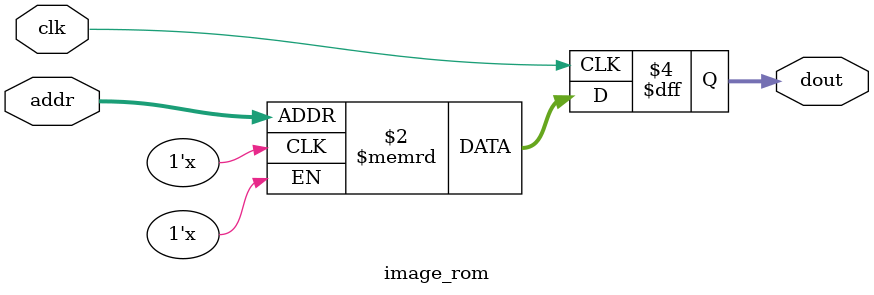
<source format=v>
module image_rom #(
    parameter MEM_DEPTH = 307200, // 640 * 480
    parameter ADDR_WIDTH = 19,    // 2^19 = 524288 > 307200
    parameter DATA_WIDTH = 12,    // 12-bit color
    parameter COE_FILE = ""       // COE file path
)(
    input wire                  clk,
    input wire [ADDR_WIDTH-1:0] addr,
    output reg [DATA_WIDTH-1:0] dout
);

    // BRAM/ROM memory declaration
    reg [DATA_WIDTH-1:0] mem [0:MEM_DEPTH-1];

    // Initialize memory from COE file
    // This is a synthesis directive that tools like Vivado/Quartus understand
    initial begin
        if (COE_FILE != "") begin
            $readmemh(COE_FILE, mem);
        end
    end

    // Read operation (registered output for better timing)
    always @(posedge clk) begin
        dout <= mem[addr];
    end

endmodule
</source>
